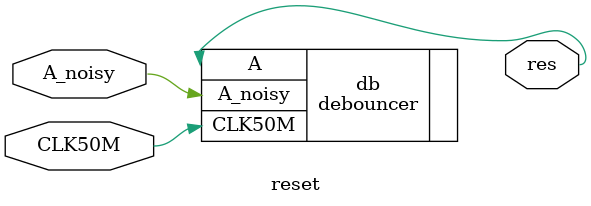
<source format=sv>
module reset(
  input logic A_noisy, CLK50M,
  output logic res
);

  
  debouncer db(.A_noisy(A_noisy),	// noisy clock input to debouncer
					 .CLK50M(CLK50M),		// Actually taking the 50 Megahurtz (helps with button push)
					 .A(res)	// output of debouncer is debounced clock
	);
	
endmodule 
</source>
